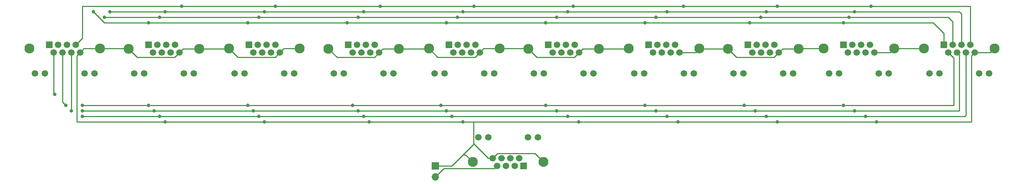
<source format=gbr>
%TF.GenerationSoftware,KiCad,Pcbnew,(5.1.10)-1*%
%TF.CreationDate,2021-12-13T10:36:09-08:00*%
%TF.ProjectId,Ethernet Splitter,45746865-726e-4657-9420-53706c697474,rev?*%
%TF.SameCoordinates,Original*%
%TF.FileFunction,Copper,L1,Top*%
%TF.FilePolarity,Positive*%
%FSLAX46Y46*%
G04 Gerber Fmt 4.6, Leading zero omitted, Abs format (unit mm)*
G04 Created by KiCad (PCBNEW (5.1.10)-1) date 2021-12-13 10:36:09*
%MOMM*%
%LPD*%
G01*
G04 APERTURE LIST*
%TA.AperFunction,ComponentPad*%
%ADD10O,1.700000X1.700000*%
%TD*%
%TA.AperFunction,ComponentPad*%
%ADD11R,1.700000X1.700000*%
%TD*%
%TA.AperFunction,ComponentPad*%
%ADD12C,1.500000*%
%TD*%
%TA.AperFunction,ComponentPad*%
%ADD13C,2.300000*%
%TD*%
%TA.AperFunction,ComponentPad*%
%ADD14R,1.500000X1.500000*%
%TD*%
%TA.AperFunction,ViaPad*%
%ADD15C,0.800000*%
%TD*%
%TA.AperFunction,Conductor*%
%ADD16C,0.250000*%
%TD*%
G04 APERTURE END LIST*
D10*
%TO.P,J112,2*%
%TO.N,7*%
X134620000Y-109220000D03*
D11*
%TO.P,J112,1*%
%TO.N,8*%
X134620000Y-106680000D03*
%TD*%
D12*
%TO.P,J111,12*%
%TO.N,Net-(J111-Pad12)*%
X217030000Y-85360000D03*
%TO.P,J111,11*%
%TO.N,Net-(J111-Pad11)*%
X214740000Y-85360000D03*
%TO.P,J111,10*%
%TO.N,Net-(J111-Pad10)*%
X205600000Y-85360000D03*
%TO.P,J111,9*%
%TO.N,Net-(J111-Pad9)*%
X203310000Y-85360000D03*
D13*
%TO.P,J111,SH*%
%TO.N,8*%
X202040000Y-79650000D03*
X218300000Y-79650000D03*
D12*
%TO.P,J111,8*%
X213722000Y-80540000D03*
%TO.P,J111,6*%
%TO.N,6*%
X211690000Y-80540000D03*
%TO.P,J111,4*%
%TO.N,4*%
X209658000Y-80540000D03*
%TO.P,J111,2*%
%TO.N,2*%
X207626000Y-80540000D03*
%TO.P,J111,7*%
%TO.N,7*%
X212706000Y-78760000D03*
%TO.P,J111,5*%
%TO.N,5*%
X210674000Y-78760000D03*
%TO.P,J111,3*%
%TO.N,3*%
X208642000Y-78760000D03*
D14*
%TO.P,J111,1*%
%TO.N,1*%
X206610000Y-78760000D03*
%TD*%
D12*
%TO.P,J110,12*%
%TO.N,Net-(J110-Pad12)*%
X144520000Y-100080000D03*
%TO.P,J110,11*%
%TO.N,Net-(J110-Pad11)*%
X146810000Y-100080000D03*
%TO.P,J110,10*%
%TO.N,Net-(J110-Pad10)*%
X155950000Y-100080000D03*
%TO.P,J110,9*%
%TO.N,Net-(J110-Pad9)*%
X158240000Y-100080000D03*
D13*
%TO.P,J110,SH*%
%TO.N,8*%
X159510000Y-105790000D03*
X143250000Y-105790000D03*
D12*
%TO.P,J110,8*%
X147828000Y-104900000D03*
%TO.P,J110,6*%
%TO.N,6*%
X149860000Y-104900000D03*
%TO.P,J110,4*%
%TO.N,4*%
X151892000Y-104900000D03*
%TO.P,J110,2*%
%TO.N,2*%
X153924000Y-104900000D03*
%TO.P,J110,7*%
%TO.N,7*%
X148844000Y-106680000D03*
%TO.P,J110,5*%
%TO.N,5*%
X150876000Y-106680000D03*
%TO.P,J110,3*%
%TO.N,3*%
X152908000Y-106680000D03*
D14*
%TO.P,J110,1*%
%TO.N,1*%
X154940000Y-106680000D03*
%TD*%
D12*
%TO.P,J109,12*%
%TO.N,Net-(J109-Pad12)*%
X194170000Y-85340000D03*
%TO.P,J109,11*%
%TO.N,Net-(J109-Pad11)*%
X191880000Y-85340000D03*
%TO.P,J109,10*%
%TO.N,Net-(J109-Pad10)*%
X182740000Y-85340000D03*
%TO.P,J109,9*%
%TO.N,Net-(J109-Pad9)*%
X180450000Y-85340000D03*
D13*
%TO.P,J109,SH*%
%TO.N,8*%
X179180000Y-79630000D03*
X195440000Y-79630000D03*
D12*
%TO.P,J109,8*%
X190862000Y-80520000D03*
%TO.P,J109,6*%
%TO.N,6*%
X188830000Y-80520000D03*
%TO.P,J109,4*%
%TO.N,4*%
X186798000Y-80520000D03*
%TO.P,J109,2*%
%TO.N,2*%
X184766000Y-80520000D03*
%TO.P,J109,7*%
%TO.N,7*%
X189846000Y-78740000D03*
%TO.P,J109,5*%
%TO.N,5*%
X187814000Y-78740000D03*
%TO.P,J109,3*%
%TO.N,3*%
X185782000Y-78740000D03*
D14*
%TO.P,J109,1*%
%TO.N,1*%
X183750000Y-78740000D03*
%TD*%
D12*
%TO.P,J108,12*%
%TO.N,Net-(J108-Pad12)*%
X171020000Y-85360000D03*
%TO.P,J108,11*%
%TO.N,Net-(J108-Pad11)*%
X168730000Y-85360000D03*
%TO.P,J108,10*%
%TO.N,Net-(J108-Pad10)*%
X159590000Y-85360000D03*
%TO.P,J108,9*%
%TO.N,Net-(J108-Pad9)*%
X157300000Y-85360000D03*
D13*
%TO.P,J108,SH*%
%TO.N,8*%
X156030000Y-79650000D03*
X172290000Y-79650000D03*
D12*
%TO.P,J108,8*%
X167712000Y-80540000D03*
%TO.P,J108,6*%
%TO.N,6*%
X165680000Y-80540000D03*
%TO.P,J108,4*%
%TO.N,4*%
X163648000Y-80540000D03*
%TO.P,J108,2*%
%TO.N,2*%
X161616000Y-80540000D03*
%TO.P,J108,7*%
%TO.N,7*%
X166696000Y-78760000D03*
%TO.P,J108,5*%
%TO.N,5*%
X164664000Y-78760000D03*
%TO.P,J108,3*%
%TO.N,3*%
X162632000Y-78760000D03*
D14*
%TO.P,J108,1*%
%TO.N,1*%
X160600000Y-78760000D03*
%TD*%
D12*
%TO.P,J107,12*%
%TO.N,Net-(J107-Pad12)*%
X262130000Y-85340000D03*
%TO.P,J107,11*%
%TO.N,Net-(J107-Pad11)*%
X259840000Y-85340000D03*
%TO.P,J107,10*%
%TO.N,Net-(J107-Pad10)*%
X250700000Y-85340000D03*
%TO.P,J107,9*%
%TO.N,Net-(J107-Pad9)*%
X248410000Y-85340000D03*
D13*
%TO.P,J107,SH*%
%TO.N,8*%
X247140000Y-79630000D03*
X263400000Y-79630000D03*
D12*
%TO.P,J107,8*%
X258822000Y-80520000D03*
%TO.P,J107,6*%
%TO.N,6*%
X256790000Y-80520000D03*
%TO.P,J107,4*%
%TO.N,4*%
X254758000Y-80520000D03*
%TO.P,J107,2*%
%TO.N,2*%
X252726000Y-80520000D03*
%TO.P,J107,7*%
%TO.N,7*%
X257806000Y-78740000D03*
%TO.P,J107,5*%
%TO.N,5*%
X255774000Y-78740000D03*
%TO.P,J107,3*%
%TO.N,3*%
X253742000Y-78740000D03*
D14*
%TO.P,J107,1*%
%TO.N,1*%
X251710000Y-78740000D03*
%TD*%
D12*
%TO.P,J106,12*%
%TO.N,Net-(J106-Pad12)*%
X148160000Y-85340000D03*
%TO.P,J106,11*%
%TO.N,Net-(J106-Pad11)*%
X145870000Y-85340000D03*
%TO.P,J106,10*%
%TO.N,Net-(J106-Pad10)*%
X136730000Y-85340000D03*
%TO.P,J106,9*%
%TO.N,Net-(J106-Pad9)*%
X134440000Y-85340000D03*
D13*
%TO.P,J106,SH*%
%TO.N,8*%
X133170000Y-79630000D03*
X149430000Y-79630000D03*
D12*
%TO.P,J106,8*%
X144852000Y-80520000D03*
%TO.P,J106,6*%
%TO.N,6*%
X142820000Y-80520000D03*
%TO.P,J106,4*%
%TO.N,4*%
X140788000Y-80520000D03*
%TO.P,J106,2*%
%TO.N,2*%
X138756000Y-80520000D03*
%TO.P,J106,7*%
%TO.N,7*%
X143836000Y-78740000D03*
%TO.P,J106,5*%
%TO.N,5*%
X141804000Y-78740000D03*
%TO.P,J106,3*%
%TO.N,3*%
X139772000Y-78740000D03*
D14*
%TO.P,J106,1*%
%TO.N,1*%
X137740000Y-78740000D03*
%TD*%
D12*
%TO.P,J105,12*%
%TO.N,Net-(J105-Pad12)*%
X125010000Y-85360000D03*
%TO.P,J105,11*%
%TO.N,Net-(J105-Pad11)*%
X122720000Y-85360000D03*
%TO.P,J105,10*%
%TO.N,Net-(J105-Pad10)*%
X113580000Y-85360000D03*
%TO.P,J105,9*%
%TO.N,Net-(J105-Pad9)*%
X111290000Y-85360000D03*
D13*
%TO.P,J105,SH*%
%TO.N,8*%
X110020000Y-79650000D03*
X126280000Y-79650000D03*
D12*
%TO.P,J105,8*%
X121702000Y-80540000D03*
%TO.P,J105,6*%
%TO.N,6*%
X119670000Y-80540000D03*
%TO.P,J105,4*%
%TO.N,4*%
X117638000Y-80540000D03*
%TO.P,J105,2*%
%TO.N,2*%
X115606000Y-80540000D03*
%TO.P,J105,7*%
%TO.N,7*%
X120686000Y-78760000D03*
%TO.P,J105,5*%
%TO.N,5*%
X118654000Y-78760000D03*
%TO.P,J105,3*%
%TO.N,3*%
X116622000Y-78760000D03*
D14*
%TO.P,J105,1*%
%TO.N,1*%
X114590000Y-78760000D03*
%TD*%
D12*
%TO.P,J104,12*%
%TO.N,Net-(J104-Pad12)*%
X239020000Y-85340000D03*
%TO.P,J104,11*%
%TO.N,Net-(J104-Pad11)*%
X236730000Y-85340000D03*
%TO.P,J104,10*%
%TO.N,Net-(J104-Pad10)*%
X227590000Y-85340000D03*
%TO.P,J104,9*%
%TO.N,Net-(J104-Pad9)*%
X225300000Y-85340000D03*
D13*
%TO.P,J104,SH*%
%TO.N,8*%
X224030000Y-79630000D03*
X240290000Y-79630000D03*
D12*
%TO.P,J104,8*%
X235712000Y-80520000D03*
%TO.P,J104,6*%
%TO.N,6*%
X233680000Y-80520000D03*
%TO.P,J104,4*%
%TO.N,4*%
X231648000Y-80520000D03*
%TO.P,J104,2*%
%TO.N,2*%
X229616000Y-80520000D03*
%TO.P,J104,7*%
%TO.N,7*%
X234696000Y-78740000D03*
%TO.P,J104,5*%
%TO.N,5*%
X232664000Y-78740000D03*
%TO.P,J104,3*%
%TO.N,3*%
X230632000Y-78740000D03*
D14*
%TO.P,J104,1*%
%TO.N,1*%
X228600000Y-78740000D03*
%TD*%
D12*
%TO.P,J103,12*%
%TO.N,Net-(J103-Pad12)*%
X102150000Y-85340000D03*
%TO.P,J103,11*%
%TO.N,Net-(J103-Pad11)*%
X99860000Y-85340000D03*
%TO.P,J103,10*%
%TO.N,Net-(J103-Pad10)*%
X90720000Y-85340000D03*
%TO.P,J103,9*%
%TO.N,Net-(J103-Pad9)*%
X88430000Y-85340000D03*
D13*
%TO.P,J103,SH*%
%TO.N,8*%
X87160000Y-79630000D03*
X103420000Y-79630000D03*
D12*
%TO.P,J103,8*%
X98842000Y-80520000D03*
%TO.P,J103,6*%
%TO.N,6*%
X96810000Y-80520000D03*
%TO.P,J103,4*%
%TO.N,4*%
X94778000Y-80520000D03*
%TO.P,J103,2*%
%TO.N,2*%
X92746000Y-80520000D03*
%TO.P,J103,7*%
%TO.N,7*%
X97826000Y-78740000D03*
%TO.P,J103,5*%
%TO.N,5*%
X95794000Y-78740000D03*
%TO.P,J103,3*%
%TO.N,3*%
X93762000Y-78740000D03*
D14*
%TO.P,J103,1*%
%TO.N,1*%
X91730000Y-78740000D03*
%TD*%
D12*
%TO.P,J102,12*%
%TO.N,Net-(J102-Pad12)*%
X79000000Y-85360000D03*
%TO.P,J102,11*%
%TO.N,Net-(J102-Pad11)*%
X76710000Y-85360000D03*
%TO.P,J102,10*%
%TO.N,Net-(J102-Pad10)*%
X67570000Y-85360000D03*
%TO.P,J102,9*%
%TO.N,Net-(J102-Pad9)*%
X65280000Y-85360000D03*
D13*
%TO.P,J102,SH*%
%TO.N,8*%
X64010000Y-79650000D03*
X80270000Y-79650000D03*
D12*
%TO.P,J102,8*%
X75692000Y-80540000D03*
%TO.P,J102,6*%
%TO.N,6*%
X73660000Y-80540000D03*
%TO.P,J102,4*%
%TO.N,4*%
X71628000Y-80540000D03*
%TO.P,J102,2*%
%TO.N,2*%
X69596000Y-80540000D03*
%TO.P,J102,7*%
%TO.N,7*%
X74676000Y-78760000D03*
%TO.P,J102,5*%
%TO.N,5*%
X72644000Y-78760000D03*
%TO.P,J102,3*%
%TO.N,3*%
X70612000Y-78760000D03*
D14*
%TO.P,J102,1*%
%TO.N,1*%
X68580000Y-78760000D03*
%TD*%
D12*
%TO.P,J101,12*%
%TO.N,Net-(J101-Pad12)*%
X56140000Y-85340000D03*
%TO.P,J101,11*%
%TO.N,Net-(J101-Pad11)*%
X53850000Y-85340000D03*
%TO.P,J101,10*%
%TO.N,Net-(J101-Pad10)*%
X44710000Y-85340000D03*
%TO.P,J101,9*%
%TO.N,Net-(J101-Pad9)*%
X42420000Y-85340000D03*
D13*
%TO.P,J101,SH*%
%TO.N,8*%
X41150000Y-79630000D03*
X57410000Y-79630000D03*
D12*
%TO.P,J101,8*%
X52832000Y-80520000D03*
%TO.P,J101,6*%
%TO.N,6*%
X50800000Y-80520000D03*
%TO.P,J101,4*%
%TO.N,4*%
X48768000Y-80520000D03*
%TO.P,J101,2*%
%TO.N,2*%
X46736000Y-80520000D03*
%TO.P,J101,7*%
%TO.N,7*%
X51816000Y-78740000D03*
%TO.P,J101,5*%
%TO.N,5*%
X49784000Y-78740000D03*
%TO.P,J101,3*%
%TO.N,3*%
X47752000Y-78740000D03*
D14*
%TO.P,J101,1*%
%TO.N,1*%
X45720000Y-78740000D03*
%TD*%
D15*
%TO.N,8*%
X236220000Y-96520000D03*
X213360000Y-96520000D03*
X190500000Y-96520000D03*
X167640000Y-96520000D03*
X140970000Y-96520000D03*
X119380000Y-96520000D03*
X95250000Y-96520000D03*
X72390000Y-96520000D03*
%TO.N,6*%
X50800000Y-93980000D03*
X53340000Y-95250000D03*
X233680000Y-95250000D03*
X210820000Y-95250000D03*
X187960000Y-95250000D03*
X165100000Y-95250000D03*
X138430000Y-95250000D03*
X118110000Y-95250000D03*
X93980000Y-95250000D03*
X71120000Y-95250000D03*
%TO.N,4*%
X49530000Y-92710000D03*
X53340000Y-93980000D03*
X231140000Y-93980000D03*
X208280000Y-93980000D03*
X185420000Y-93980000D03*
X162560000Y-93980000D03*
X137160000Y-93980000D03*
X116840000Y-93980000D03*
X92710000Y-93980000D03*
X69850000Y-93980000D03*
%TO.N,2*%
X46990000Y-90170000D03*
X53340000Y-92710000D03*
X228600000Y-92710000D03*
X205740000Y-92710000D03*
X182880000Y-92710000D03*
X160020000Y-92710000D03*
X135890000Y-92710000D03*
X115570000Y-92710000D03*
X91440000Y-92710000D03*
X68580000Y-92710000D03*
%TO.N,7*%
X234950000Y-69850000D03*
X213360000Y-69850000D03*
X166370000Y-69850000D03*
X143510000Y-69850000D03*
X121920000Y-69850000D03*
X97790000Y-69850000D03*
X76200000Y-69850000D03*
X191770000Y-69850000D03*
%TO.N,5*%
X59689995Y-71119995D03*
X72390005Y-71119995D03*
X95250005Y-71119995D03*
X118110005Y-71119995D03*
X140970005Y-71119995D03*
X187960005Y-71119995D03*
X231140005Y-71119995D03*
X210820005Y-71119995D03*
X165100005Y-71119995D03*
%TO.N,3*%
X58420000Y-72390000D03*
X71120000Y-72390000D03*
X93980000Y-72390000D03*
X116840000Y-72390000D03*
X139700000Y-72390000D03*
X185420000Y-72390000D03*
X229870000Y-72390000D03*
X209550000Y-72390000D03*
X162560000Y-72390000D03*
%TO.N,1*%
X55880000Y-71120000D03*
X68580000Y-73660000D03*
X91440000Y-73660000D03*
X114300000Y-73660000D03*
X137160000Y-73660000D03*
X182880000Y-73660000D03*
X228600000Y-73660000D03*
X207010000Y-73660000D03*
X160020000Y-73660000D03*
%TD*%
D16*
%TO.N,8*%
X143444999Y-96585001D02*
X143444999Y-101534999D01*
X143510000Y-96520000D02*
X143444999Y-96585001D01*
X146810000Y-104900000D02*
X147828000Y-104900000D01*
X143510000Y-96520000D02*
X140970000Y-96520000D01*
X52070000Y-81282000D02*
X52832000Y-80520000D01*
X52070000Y-96520000D02*
X52070000Y-81282000D01*
X258072001Y-96520000D02*
X236220000Y-96520000D01*
X258072001Y-81269999D02*
X258072001Y-96520000D01*
X258822000Y-80520000D02*
X258072001Y-81269999D01*
X236220000Y-96520000D02*
X213360000Y-96520000D01*
X213360000Y-96520000D02*
X190500000Y-96520000D01*
X190500000Y-96520000D02*
X167640000Y-96520000D01*
X167640000Y-96520000D02*
X143510000Y-96520000D01*
X140970000Y-96520000D02*
X119380000Y-96520000D01*
X119380000Y-96520000D02*
X95250000Y-96520000D01*
X95250000Y-96520000D02*
X72390000Y-96520000D01*
X72390000Y-96520000D02*
X52070000Y-96520000D01*
X134620000Y-106680000D02*
X138430000Y-106680000D01*
X143510000Y-101600000D02*
X146810000Y-104900000D01*
X143444999Y-101534999D02*
X143510000Y-101600000D01*
X120626999Y-81615001D02*
X121702000Y-80540000D01*
X111985001Y-81615001D02*
X120626999Y-81615001D01*
X110020000Y-79650000D02*
X111985001Y-81615001D01*
X122592000Y-79650000D02*
X121702000Y-80540000D01*
X126280000Y-79650000D02*
X122592000Y-79650000D01*
X53722000Y-79630000D02*
X52832000Y-80520000D01*
X57410000Y-79630000D02*
X53722000Y-79630000D01*
X76582000Y-79650000D02*
X75692000Y-80540000D01*
X80270000Y-79650000D02*
X76582000Y-79650000D01*
X74616999Y-81615001D02*
X75692000Y-80540000D01*
X65975001Y-81615001D02*
X74616999Y-81615001D01*
X64010000Y-79650000D02*
X65975001Y-81615001D01*
X63990000Y-79630000D02*
X64010000Y-79650000D01*
X57410000Y-79630000D02*
X63990000Y-79630000D01*
X87140000Y-79650000D02*
X87160000Y-79630000D01*
X80270000Y-79650000D02*
X87140000Y-79650000D01*
X99732000Y-79630000D02*
X98842000Y-80520000D01*
X103420000Y-79630000D02*
X99732000Y-79630000D01*
X97766999Y-81595001D02*
X98842000Y-80520000D01*
X89125001Y-81595001D02*
X97766999Y-81595001D01*
X87160000Y-79630000D02*
X89125001Y-81595001D01*
X133150000Y-79650000D02*
X133170000Y-79630000D01*
X126280000Y-79650000D02*
X133150000Y-79650000D01*
X145742000Y-79630000D02*
X144852000Y-80520000D01*
X149430000Y-79630000D02*
X145742000Y-79630000D01*
X143776999Y-81595001D02*
X144852000Y-80520000D01*
X135135001Y-81595001D02*
X143776999Y-81595001D01*
X133170000Y-79630000D02*
X135135001Y-81595001D01*
X156010000Y-79630000D02*
X156030000Y-79650000D01*
X149430000Y-79630000D02*
X156010000Y-79630000D01*
X166636999Y-81615001D02*
X167712000Y-80540000D01*
X157995001Y-81615001D02*
X166636999Y-81615001D01*
X156030000Y-79650000D02*
X157995001Y-81615001D01*
X168602000Y-79650000D02*
X167712000Y-80540000D01*
X172290000Y-79650000D02*
X168602000Y-79650000D01*
X179160000Y-79650000D02*
X179180000Y-79630000D01*
X172290000Y-79650000D02*
X179160000Y-79650000D01*
X194550000Y-80520000D02*
X195440000Y-79630000D01*
X190862000Y-80520000D02*
X194550000Y-80520000D01*
X195460000Y-79650000D02*
X195440000Y-79630000D01*
X202040000Y-79650000D02*
X195460000Y-79650000D01*
X214612000Y-79650000D02*
X213722000Y-80540000D01*
X218300000Y-79650000D02*
X214612000Y-79650000D01*
X212646999Y-81615001D02*
X213722000Y-80540000D01*
X204005001Y-81615001D02*
X212646999Y-81615001D01*
X202040000Y-79650000D02*
X204005001Y-81615001D01*
X239400000Y-80520000D02*
X240290000Y-79630000D01*
X235712000Y-80520000D02*
X239400000Y-80520000D01*
X240290000Y-79630000D02*
X247140000Y-79630000D01*
X262510000Y-80520000D02*
X263400000Y-79630000D01*
X258822000Y-80520000D02*
X262510000Y-80520000D01*
X218320000Y-79630000D02*
X218300000Y-79650000D01*
X224030000Y-79630000D02*
X218320000Y-79630000D01*
X143250000Y-105790000D02*
X141600000Y-104140000D01*
X141600000Y-104140000D02*
X140970000Y-104140000D01*
X140970000Y-104140000D02*
X143510000Y-101600000D01*
X138430000Y-106680000D02*
X140970000Y-104140000D01*
X148903001Y-103824999D02*
X147828000Y-104900000D01*
X157544999Y-103824999D02*
X148903001Y-103824999D01*
X159510000Y-105790000D02*
X157544999Y-103824999D01*
%TO.N,6*%
X256790000Y-80520000D02*
X256790000Y-95000000D01*
X50800000Y-80520000D02*
X50800000Y-93980000D01*
X50800000Y-93980000D02*
X50800000Y-93980000D01*
X256540000Y-95250000D02*
X256790000Y-95000000D01*
X53340000Y-95250000D02*
X71120000Y-95250000D01*
X233680000Y-95250000D02*
X256540000Y-95250000D01*
X210820000Y-95250000D02*
X233680000Y-95250000D01*
X187960000Y-95250000D02*
X210820000Y-95250000D01*
X165100000Y-95250000D02*
X187960000Y-95250000D01*
X138430000Y-95250000D02*
X165100000Y-95250000D01*
X118110000Y-95250000D02*
X138430000Y-95250000D01*
X93980000Y-95250000D02*
X118110000Y-95250000D01*
X71120000Y-95250000D02*
X93980000Y-95250000D01*
%TO.N,4*%
X48768000Y-80520000D02*
X48768000Y-91948000D01*
X48768000Y-91948000D02*
X49530000Y-92710000D01*
X49530000Y-92710000D02*
X49530000Y-92710000D01*
X255270000Y-81032000D02*
X254758000Y-80520000D01*
X255270000Y-93980000D02*
X255270000Y-81032000D01*
X53340000Y-93980000D02*
X69850000Y-93980000D01*
X231140000Y-93980000D02*
X255270000Y-93980000D01*
X208280000Y-93980000D02*
X231140000Y-93980000D01*
X185420000Y-93980000D02*
X208280000Y-93980000D01*
X162560000Y-93980000D02*
X185420000Y-93980000D01*
X137160000Y-93980000D02*
X162560000Y-93980000D01*
X116840000Y-93980000D02*
X137160000Y-93980000D01*
X92710000Y-93980000D02*
X116840000Y-93980000D01*
X69850000Y-93980000D02*
X92710000Y-93980000D01*
%TO.N,2*%
X46736000Y-80520000D02*
X46736000Y-89916000D01*
X46736000Y-89916000D02*
X46990000Y-90170000D01*
X46990000Y-90170000D02*
X46990000Y-90170000D01*
X53340000Y-92710000D02*
X68580000Y-92710000D01*
X254000000Y-81794000D02*
X252726000Y-80520000D01*
X254000000Y-92710000D02*
X254000000Y-81794000D01*
X228600000Y-92710000D02*
X254000000Y-92710000D01*
X205740000Y-92710000D02*
X228600000Y-92710000D01*
X182880000Y-92710000D02*
X205740000Y-92710000D01*
X160020000Y-92710000D02*
X182880000Y-92710000D01*
X135890000Y-92710000D02*
X160020000Y-92710000D01*
X115570000Y-92710000D02*
X135890000Y-92710000D01*
X91440000Y-92710000D02*
X115570000Y-92710000D01*
X68580000Y-92710000D02*
X91440000Y-92710000D01*
%TO.N,7*%
X257806000Y-78740000D02*
X257806000Y-69854000D01*
X257806000Y-69854000D02*
X257802000Y-69850000D01*
X257802000Y-69850000D02*
X234950000Y-69850000D01*
X53340000Y-77216000D02*
X51816000Y-78740000D01*
X53340000Y-69850000D02*
X53340000Y-77216000D01*
X234950000Y-69850000D02*
X213360000Y-69850000D01*
X213360000Y-69850000D02*
X191770000Y-69850000D01*
X166370000Y-69850000D02*
X143510000Y-69850000D01*
X143510000Y-69850000D02*
X121920000Y-69850000D01*
X121920000Y-69850000D02*
X97790000Y-69850000D01*
X97790000Y-69850000D02*
X76200000Y-69850000D01*
X76200000Y-69850000D02*
X53340000Y-69850000D01*
X191770000Y-69850000D02*
X166370000Y-69850000D01*
X136574999Y-107265001D02*
X134620000Y-109220000D01*
X148258999Y-107265001D02*
X136574999Y-107265001D01*
X148844000Y-106680000D02*
X148258999Y-107265001D01*
%TO.N,5*%
X59689995Y-71119995D02*
X72390005Y-71119995D01*
X255774000Y-78740000D02*
X255774000Y-71624000D01*
X255269995Y-71119995D02*
X248153995Y-71119995D01*
X255774000Y-71624000D02*
X255269995Y-71119995D01*
X72390005Y-71119995D02*
X95250005Y-71119995D01*
X95250005Y-71119995D02*
X118110005Y-71119995D01*
X118110005Y-71119995D02*
X140970005Y-71119995D01*
X140970005Y-71119995D02*
X165100005Y-71119995D01*
X187960005Y-71119995D02*
X210820005Y-71119995D01*
X231140005Y-71119995D02*
X248153995Y-71119995D01*
X210820005Y-71119995D02*
X231140005Y-71119995D01*
X165100005Y-71119995D02*
X187960005Y-71119995D01*
%TO.N,3*%
X253742000Y-78740000D02*
X253742000Y-73402000D01*
X253742000Y-73402000D02*
X252730000Y-72390000D01*
X252730000Y-72390000D02*
X229870000Y-72390000D01*
X58420000Y-72390000D02*
X58420000Y-72390000D01*
X71120000Y-72390000D02*
X58420000Y-72390000D01*
X93980000Y-72390000D02*
X71120000Y-72390000D01*
X116840000Y-72390000D02*
X93980000Y-72390000D01*
X139700000Y-72390000D02*
X116840000Y-72390000D01*
X185420000Y-72390000D02*
X162560000Y-72390000D01*
X229870000Y-72390000D02*
X209550000Y-72390000D01*
X209550000Y-72390000D02*
X185420000Y-72390000D01*
X162560000Y-72390000D02*
X139700000Y-72390000D01*
%TO.N,1*%
X55880000Y-71120000D02*
X55880000Y-71120000D01*
X58420000Y-73660000D02*
X55880000Y-71120000D01*
X249266002Y-73660000D02*
X228600000Y-73660000D01*
X251710000Y-76103998D02*
X249266002Y-73660000D01*
X251710000Y-78740000D02*
X251710000Y-76103998D01*
X68580000Y-73660000D02*
X58420000Y-73660000D01*
X91440000Y-73660000D02*
X68580000Y-73660000D01*
X114300000Y-73660000D02*
X91440000Y-73660000D01*
X137160000Y-73660000D02*
X114300000Y-73660000D01*
X182880000Y-73660000D02*
X160020000Y-73660000D01*
X228600000Y-73660000D02*
X207010000Y-73660000D01*
X207010000Y-73660000D02*
X182880000Y-73660000D01*
X160020000Y-73660000D02*
X137160000Y-73660000D01*
%TD*%
M02*

</source>
